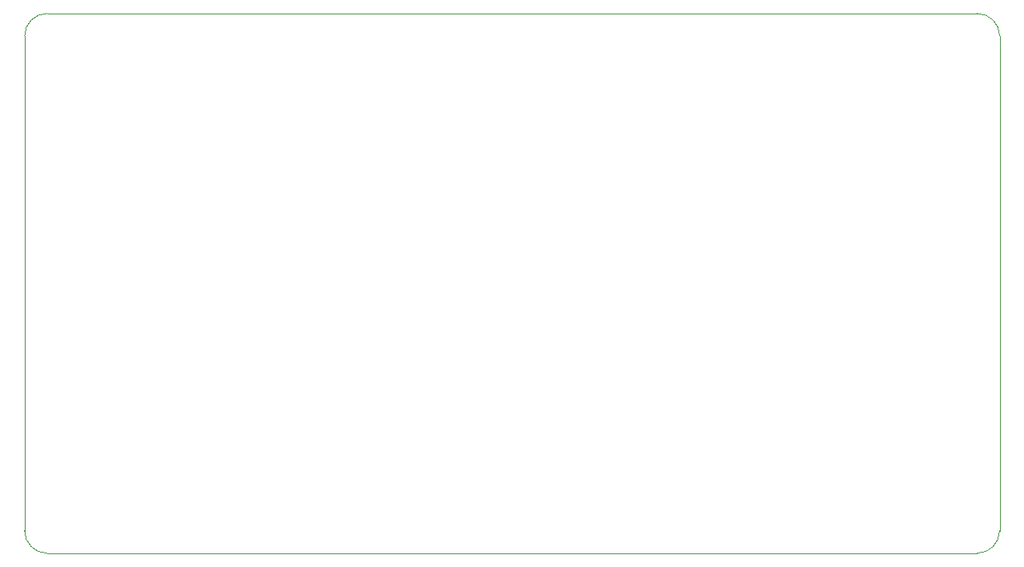
<source format=gbr>
%TF.GenerationSoftware,KiCad,Pcbnew,(5.1.9)-1*%
%TF.CreationDate,2021-06-16T12:24:14-05:00*%
%TF.ProjectId,practice-pcb-ai03-tutorial,70726163-7469-4636-952d-7063622d6169,rev?*%
%TF.SameCoordinates,Original*%
%TF.FileFunction,Profile,NP*%
%FSLAX46Y46*%
G04 Gerber Fmt 4.6, Leading zero omitted, Abs format (unit mm)*
G04 Created by KiCad (PCBNEW (5.1.9)-1) date 2021-06-16 12:24:14*
%MOMM*%
%LPD*%
G01*
G04 APERTURE LIST*
%TA.AperFunction,Profile*%
%ADD10C,0.050000*%
%TD*%
G04 APERTURE END LIST*
D10*
X45243750Y-47625000D02*
X47625000Y-47625000D01*
X45243750Y9525000D02*
X47625000Y9525000D01*
X45243750Y9525000D02*
X-50800000Y9525000D01*
X-53181250Y-45243750D02*
X-53181250Y7143750D01*
X45243750Y-47625000D02*
X-50800000Y-47625000D01*
X50006250Y7143750D02*
X50006250Y-45243750D01*
X50006250Y-45243750D02*
G75*
G02*
X47625000Y-47625000I-2381250J0D01*
G01*
X-50800000Y-47625000D02*
G75*
G02*
X-53181250Y-45243750I0J2381250D01*
G01*
X-53181250Y7143750D02*
G75*
G02*
X-50800000Y9525000I2381250J0D01*
G01*
X47625000Y9525000D02*
G75*
G02*
X50006250Y7143750I0J-2381250D01*
G01*
M02*

</source>
